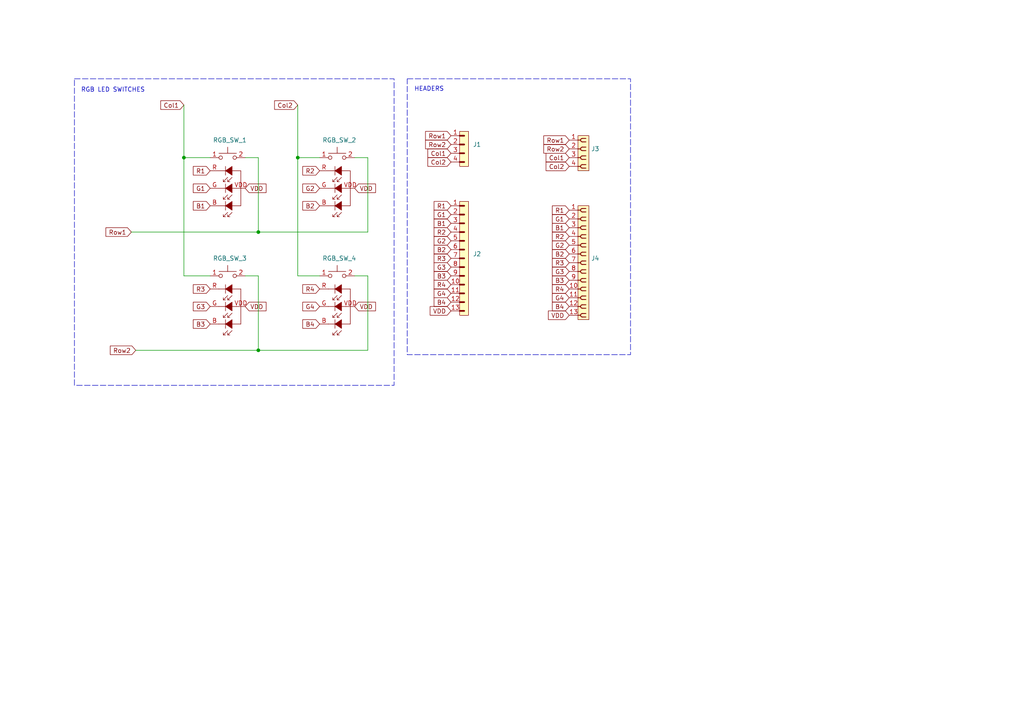
<source format=kicad_sch>
(kicad_sch (version 20231120) (generator "eeschema") (generator_version "8.0")
  (paper "A4")
  (lib_symbols
    (symbol "Interactiles_Symbol_Library:RGB_SW" (pin_names (offset 1.016) hide)
      (property "Value" "RGB_SW" (at 0.635 8.89 0))
      (symbol "RGB_SW_0_0"
        (polyline (pts (xy -2.54 -10.16) (xy 3.81 -10.16)))
        (polyline (pts (xy -2.54 -5.08) (xy 2.54 -5.08)))
        (polyline (pts (xy -2.54 0) (xy 3.81 0)))
        (polyline (pts (xy -1.27 -13.335) (xy 0 -12.065)))
        (polyline (pts (xy -1.27 -8.255) (xy 0 -6.985)))
        (polyline (pts (xy -1.27 -3.175) (xy 0 -1.905)))
        (polyline (pts (xy -0.635 -8.89) (xy -0.635 -11.43)))
        (polyline (pts (xy -0.635 -3.81) (xy -0.635 -6.35)))
        (polyline (pts (xy -0.635 1.27) (xy -0.635 -1.27)))
        (polyline (pts (xy 0 -13.335) (xy 1.27 -12.065)))
        (polyline (pts (xy 0 -8.255) (xy 1.27 -6.985)))
        (polyline (pts (xy 0 -3.175) (xy 1.27 -1.905)))
        (polyline (pts (xy 3.81 -10.16) (xy 3.81 -5.08)))
        (polyline (pts (xy 3.81 -5.08) (xy 3.81 0)))
        (polyline (pts (xy -1.27 -12.7) (xy -1.27 -13.335) (xy -0.635 -13.335)))
        (polyline (pts (xy -1.27 -7.62) (xy -1.27 -8.255) (xy -0.635 -8.255)))
        (polyline (pts (xy -1.27 -2.54) (xy -1.27 -3.175) (xy -0.635 -3.175)))
        (polyline (pts (xy 0 -12.7) (xy 0 -13.335) (xy 0.635 -13.335)))
        (polyline (pts (xy 0 -7.62) (xy 0 -8.255) (xy 0.635 -8.255)))
        (polyline (pts (xy 0 -2.54) (xy 0 -3.175) (xy 0.635 -3.175)))
        (polyline (pts (xy -0.635 -10.16) (xy 1.27 -8.89) (xy 1.27 -11.43) (xy -0.635 -10.16)) (fill (type outline)))
        (polyline (pts (xy -0.635 -5.08) (xy 1.27 -3.81) (xy 1.27 -6.35) (xy -0.635 -5.08)) (fill (type outline)))
        (polyline (pts (xy -0.635 0) (xy 1.27 1.27) (xy 1.27 -1.27) (xy -0.635 0)) (fill (type outline)))
      )
      (symbol "RGB_SW_0_1"
        (circle (center -2.032 3.81) (radius 0.508))
        (polyline (pts (xy 0 5.08) (xy 0 6.858)))
        (polyline (pts (xy 2.54 5.08) (xy -2.54 5.08)))
        (circle (center 2.032 3.81) (radius 0.508))
        (pin passive line (at -5.08 3.81 0) (length 2.54) (name "1") (number "1"))
        (pin passive line (at 5.08 3.81 180) (length 2.54) (name "2") (number "2"))
        (pin passive line (at -5.08 -10.16 0) (length 2.54) (name "B") (number "B"))
        (pin passive line (at -5.08 -5.08 0) (length 2.54) (name "G") (number "G"))
        (pin passive line (at -5.08 0 0) (length 2.54) (name "R") (number "R"))
      )
      (symbol "RGB_SW_1_1"
        (pin passive line (at 5.08 -5.08 180) (length 2.54) (name "VDD") (number "VDD"))
      )
    )
    (symbol "PCM_SL_Pin_Headers:PINHD_1x13_Female"
      (property "Reference" "J" (at 0 21.59 0))
      (property "Value" "PINHD_1x13_Female" (at 0 19.05 0))
      (symbol "PINHD_1x13_Female_0_1"
        (rectangle (start -1.27 16.51) (end 1.905 -16.51) (fill (type background)))
        (arc (start -0.508 -15.24) (mid -0.3592 -15.5992) (end 0 -15.748) (stroke (width 0.25)))
        (arc (start -0.508 -12.7) (mid -0.3592 -13.0592) (end 0 -13.208) (stroke (width 0.25)))
        (arc (start -0.508 -10.16) (mid -0.3592 -10.5192) (end 0 -10.668) (stroke (width 0.25)))
        (arc (start -0.508 -7.62) (mid -0.3592 -7.9792) (end 0 -8.128) (stroke (width 0.25)))
        (arc (start -0.508 -5.08) (mid -0.3592 -5.4392) (end 0 -5.588) (stroke (width 0.25)))
        (arc (start -0.508 -2.54) (mid -0.3592 -2.8992) (end 0 -3.048) (stroke (width 0.25)))
        (arc (start -0.508 0) (mid -0.3592 -0.3592) (end 0 -0.508) (stroke (width 0.25)))
        (arc (start -0.508 2.54) (mid -0.3592 2.1808) (end 0 2.032) (stroke (width 0.25)))
        (arc (start -0.508 5.08) (mid -0.3592 4.7208) (end 0 4.572) (stroke (width 0.25)))
        (arc (start -0.508 7.62) (mid -0.3592 7.2608) (end 0 7.112) (stroke (width 0.25)))
        (arc (start -0.508 10.16) (mid -0.3592 9.8008) (end 0 9.652) (stroke (width 0.25)))
        (arc (start -0.508 12.7) (mid -0.3592 12.3408) (end 0 12.192) (stroke (width 0.25)))
        (arc (start -0.508 15.24) (mid -0.3592 14.8808) (end 0 14.732) (stroke (width 0.25)))
        (arc (start 0 -14.732) (mid -0.3592 -14.8808) (end -0.508 -15.24) (stroke (width 0.25)))
        (arc (start 0 -12.192) (mid -0.3592 -12.3408) (end -0.508 -12.7) (stroke (width 0.25)))
        (arc (start 0 -9.652) (mid -0.3592 -9.8008) (end -0.508 -10.16) (stroke (width 0.25)))
        (arc (start 0 -7.112) (mid -0.3592 -7.2608) (end -0.508 -7.62) (stroke (width 0.25)))
        (arc (start 0 -4.572) (mid -0.3592 -4.7208) (end -0.508 -5.08) (stroke (width 0.25)))
        (arc (start 0 -2.032) (mid -0.3592 -2.1808) (end -0.508 -2.54) (stroke (width 0.25)))
        (polyline (pts (xy -1.27 -15.24) (xy -0.508 -15.24)) (stroke (width 0.25)))
        (polyline (pts (xy -1.27 -12.7) (xy -0.508 -12.7)) (stroke (width 0.25)))
        (polyline (pts (xy -1.27 -10.16) (xy -0.508 -10.16)) (stroke (width 0.25)))
        (polyline (pts (xy -1.27 -7.62) (xy -0.508 -7.62)) (stroke (width 0.25)))
        (polyline (pts (xy -1.27 -5.08) (xy -0.508 -5.08)) (stroke (width 0.25)))
        (polyline (pts (xy -1.27 -2.54) (xy -0.508 -2.54)) (stroke (width 0.25)))
        (polyline (pts (xy -1.27 0) (xy -0.508 0)) (stroke (width 0.25)))
        (polyline (pts (xy -1.27 2.54) (xy -0.508 2.54)) (stroke (width 0.25)))
        (polyline (pts (xy -1.27 5.08) (xy -0.508 5.08)) (stroke (width 0.25)))
        (polyline (pts (xy -1.27 7.62) (xy -0.508 7.62)) (stroke (width 0.25)))
        (polyline (pts (xy -1.27 10.16) (xy -0.508 10.16)) (stroke (width 0.25)))
        (polyline (pts (xy -1.27 12.7) (xy -0.508 12.7)) (stroke (width 0.25)))
        (polyline (pts (xy -1.27 15.24) (xy -0.508 15.24)) (stroke (width 0.25)))
        (polyline (pts (xy 0 -15.748) (xy 1.016 -15.748)) (stroke (width 0.25)))
        (polyline (pts (xy 0 -14.732) (xy 1.016 -14.732)) (stroke (width 0.25)))
        (polyline (pts (xy 0 -13.208) (xy 1.016 -13.208)) (stroke (width 0.25)))
        (polyline (pts (xy 0 -12.192) (xy 1.016 -12.192)) (stroke (width 0.25)))
        (polyline (pts (xy 0 -10.668) (xy 1.016 -10.668)) (stroke (width 0.25)))
        (polyline (pts (xy 0 -9.652) (xy 1.016 -9.652)) (stroke (width 0.25)))
        (polyline (pts (xy 0 -8.128) (xy 1.016 -8.128)) (stroke (width 0.25)))
        (polyline (pts (xy 0 -7.112) (xy 1.016 -7.112)) (stroke (width 0.25)))
        (polyline (pts (xy 0 -5.588) (xy 1.016 -5.588)) (stroke (width 0.25)))
        (polyline (pts (xy 0 -4.572) (xy 1.016 -4.572)) (stroke (width 0.25)))
        (polyline (pts (xy 0 -3.048) (xy 1.016 -3.048)) (stroke (width 0.25)))
        (polyline (pts (xy 0 -2.032) (xy 1.016 -2.032)) (stroke (width 0.25)))
        (polyline (pts (xy 0 -0.508) (xy 1.016 -0.508)) (stroke (width 0.25)))
        (polyline (pts (xy 0 0.508) (xy 1.016 0.508)) (stroke (width 0.25)))
        (polyline (pts (xy 0 2.032) (xy 1.016 2.032)) (stroke (width 0.25)))
        (polyline (pts (xy 0 3.048) (xy 1.016 3.048)) (stroke (width 0.25)))
        (polyline (pts (xy 0 4.572) (xy 1.016 4.572)) (stroke (width 0.25)))
        (polyline (pts (xy 0 5.588) (xy 1.016 5.588)) (stroke (width 0.25)))
        (polyline (pts (xy 0 7.112) (xy 1.016 7.112)) (stroke (width 0.25)))
        (polyline (pts (xy 0 8.128) (xy 1.016 8.128)) (stroke (width 0.25)))
        (polyline (pts (xy 0 9.652) (xy 1.016 9.652)) (stroke (width 0.25)))
        (polyline (pts (xy 0 10.668) (xy 1.016 10.668)) (stroke (width 0.25)))
        (polyline (pts (xy 0 12.192) (xy 1.016 12.192)) (stroke (width 0.25)))
        (polyline (pts (xy 0 13.208) (xy 1.016 13.208)) (stroke (width 0.25)))
        (polyline (pts (xy 0 14.732) (xy 1.016 14.732)) (stroke (width 0.25)))
        (polyline (pts (xy 0 15.748) (xy 1.016 15.748)) (stroke (width 0.25)))
        (arc (start 0 0.508) (mid -0.3592 0.3592) (end -0.508 0) (stroke (width 0.25)))
        (arc (start 0 3.048) (mid -0.3592 2.8992) (end -0.508 2.54) (stroke (width 0.25)))
        (arc (start 0 5.588) (mid -0.3592 5.4392) (end -0.508 5.08) (stroke (width 0.25)))
        (arc (start 0 8.128) (mid -0.3592 7.9792) (end -0.508 7.62) (stroke (width 0.25)))
        (arc (start 0 10.668) (mid -0.3592 10.5192) (end -0.508 10.16) (stroke (width 0.25)))
        (arc (start 0 13.208) (mid -0.3592 13.0592) (end -0.508 12.7) (stroke (width 0.25)))
        (arc (start 0 15.748) (mid -0.3592 15.5992) (end -0.508 15.24) (stroke (width 0.25)))
      )
      (symbol "PINHD_1x13_Female_1_1"
        (pin passive line (at -3.81 15.24 0) (length 2.54) (name "") (number "1"))
        (pin passive line (at -3.81 -7.62 0) (length 2.54) (name "") (number "10"))
        (pin passive line (at -3.81 -10.16 0) (length 2.54) (name "") (number "11"))
        (pin passive line (at -3.81 -12.7 0) (length 2.54) (name "") (number "12"))
        (pin passive line (at -3.81 -15.24 0) (length 2.54) (name "") (number "13"))
        (pin passive line (at -3.81 12.7 0) (length 2.54) (name "") (number "2"))
        (pin passive line (at -3.81 10.16 0) (length 2.54) (name "") (number "3"))
        (pin passive line (at -3.81 7.62 0) (length 2.54) (name "") (number "4"))
        (pin passive line (at -3.81 5.08 0) (length 2.54) (name "") (number "5"))
        (pin passive line (at -3.81 2.54 0) (length 2.54) (name "") (number "6"))
        (pin passive line (at -3.81 0 0) (length 2.54) (name "") (number "7"))
        (pin passive line (at -3.81 -2.54 0) (length 2.54) (name "") (number "8"))
        (pin passive line (at -3.81 -5.08 0) (length 2.54) (name "") (number "9"))
      )
    )
    (symbol "PCM_SL_Pin_Headers:PINHD_1x13_Male"
      (property "Reference" "J" (at 0 20.32 0))
      (property "Value" "PINHD_1x13_Male" (at 0 17.78 0))
      (symbol "PINHD_1x13_Male_0_1"
        (rectangle (start -1.27 16.51) (end 1.27 -16.51) (fill (type background)))
        (polyline (pts (xy -1.27 -15.24) (xy 0 -15.24)) (stroke (width 0.5)))
        (polyline (pts (xy -1.27 -12.7) (xy 0 -12.7)) (stroke (width 0.5)))
        (polyline (pts (xy -1.27 -10.16) (xy 0 -10.16)) (stroke (width 0.5)))
        (polyline (pts (xy -1.27 -7.62) (xy 0 -7.62)) (stroke (width 0.3)))
        (polyline (pts (xy -1.27 -7.62) (xy 0 -7.62)) (stroke (width 0.5)))
        (polyline (pts (xy -1.27 -5.08) (xy 0 -5.08)) (stroke (width 0.3)))
        (polyline (pts (xy -1.27 -5.08) (xy 0 -5.08)) (stroke (width 0.5)))
        (polyline (pts (xy -1.27 -2.54) (xy 0 -2.54)) (stroke (width 0.3)))
        (polyline (pts (xy -1.27 -2.54) (xy 0 -2.54)) (stroke (width 0.5)))
        (polyline (pts (xy -1.27 0) (xy 0 0)) (stroke (width 0.3)))
        (polyline (pts (xy -1.27 0) (xy 0 0)) (stroke (width 0.5)))
        (polyline (pts (xy -1.27 2.54) (xy 0 2.54)) (stroke (width 0.3)))
        (polyline (pts (xy -1.27 2.54) (xy 0 2.54)) (stroke (width 0.5)))
        (polyline (pts (xy -1.27 5.08) (xy 0 5.08)) (stroke (width 0.3)))
        (polyline (pts (xy -1.27 5.08) (xy 0 5.08)) (stroke (width 0.5)))
        (polyline (pts (xy -1.27 7.62) (xy 0 7.62)) (stroke (width 0.3)))
        (polyline (pts (xy -1.27 7.62) (xy 0 7.62)) (stroke (width 0.5)))
        (polyline (pts (xy -1.27 10.16) (xy 0 10.16)) (stroke (width 0.3)))
        (polyline (pts (xy -1.27 10.16) (xy 0 10.16)) (stroke (width 0.5)))
        (polyline (pts (xy -1.27 12.7) (xy 0 12.7)) (stroke (width 0.3)))
        (polyline (pts (xy -1.27 12.7) (xy 0 12.7)) (stroke (width 0.5)))
        (polyline (pts (xy -1.27 15.24) (xy 0 15.24)) (stroke (width 0.5)))
      )
      (symbol "PINHD_1x13_Male_1_1"
        (pin passive line (at -3.81 15.24 0) (length 2.54) (name "") (number "1"))
        (pin passive line (at -3.81 -7.62 0) (length 2.54) (name "") (number "10"))
        (pin passive line (at -3.81 -10.16 0) (length 2.54) (name "") (number "11"))
        (pin passive line (at -3.81 -12.7 0) (length 2.54) (name "") (number "12"))
        (pin passive line (at -3.81 -15.24 0) (length 2.54) (name "") (number "13"))
        (pin passive line (at -3.81 12.7 0) (length 2.54) (name "") (number "2"))
        (pin passive line (at -3.81 10.16 0) (length 2.54) (name "") (number "3"))
        (pin passive line (at -3.81 7.62 0) (length 2.54) (name "") (number "4"))
        (pin passive line (at -3.81 5.08 0) (length 2.54) (name "") (number "5"))
        (pin passive line (at -3.81 2.54 0) (length 2.54) (name "") (number "6"))
        (pin passive line (at -3.81 0 0) (length 2.54) (name "") (number "7"))
        (pin passive line (at -3.81 -2.54 0) (length 2.54) (name "") (number "8"))
        (pin passive line (at -3.81 -5.08 0) (length 2.54) (name "") (number "9"))
      )
    )
    (symbol "PCM_SL_Pin_Headers:PINHD_1x4_Female"
      (property "Reference" "J" (at 0 10.16 0))
      (property "Value" "PINHD_1x4_Female" (at 0 7.62 0))
      (symbol "PINHD_1x4_Female_0_1"
        (rectangle (start -1.27 5.08) (end 1.905 -5.08) (fill (type background)))
        (arc (start -0.508 -3.81) (mid -0.3592 -4.1692) (end 0 -4.318) (stroke (width 0.25)))
        (arc (start -0.508 -1.27) (mid -0.3592 -1.6292) (end 0 -1.778) (stroke (width 0.25)))
        (arc (start -0.508 1.27) (mid -0.3592 0.9108) (end 0 0.762) (stroke (width 0.25)))
        (arc (start -0.508 3.81) (mid -0.3592 3.4508) (end 0 3.302) (stroke (width 0.25)))
        (arc (start 0 -3.302) (mid -0.3592 -3.4508) (end -0.508 -3.81) (stroke (width 0.25)))
        (arc (start 0 -0.762) (mid -0.3592 -0.9108) (end -0.508 -1.27) (stroke (width 0.25)))
        (polyline (pts (xy -1.27 -3.81) (xy -0.508 -3.81)) (stroke (width 0.25)))
        (polyline (pts (xy -1.27 -1.27) (xy -0.508 -1.27)) (stroke (width 0.25)))
        (polyline (pts (xy -1.27 1.27) (xy -0.508 1.27)) (stroke (width 0.25)))
        (polyline (pts (xy -1.27 3.81) (xy -0.508 3.81)) (stroke (width 0.25)))
        (polyline (pts (xy 0 -4.318) (xy 1.016 -4.318)) (stroke (width 0.25)))
        (polyline (pts (xy 0 -3.302) (xy 1.016 -3.302)) (stroke (width 0.25)))
        (polyline (pts (xy 0 -1.778) (xy 1.016 -1.778)) (stroke (width 0.25)))
        (polyline (pts (xy 0 -0.762) (xy 1.016 -0.762)) (stroke (width 0.25)))
        (polyline (pts (xy 0 0.762) (xy 1.016 0.762)) (stroke (width 0.25)))
        (polyline (pts (xy 0 1.778) (xy 1.016 1.778)) (stroke (width 0.25)))
        (polyline (pts (xy 0 3.302) (xy 1.016 3.302)) (stroke (width 0.25)))
        (polyline (pts (xy 0 4.318) (xy 1.016 4.318)) (stroke (width 0.25)))
        (arc (start 0 1.778) (mid -0.3592 1.6292) (end -0.508 1.27) (stroke (width 0.25)))
        (arc (start 0 4.318) (mid -0.3592 4.1692) (end -0.508 3.81) (stroke (width 0.25)))
      )
      (symbol "PINHD_1x4_Female_1_1"
        (pin passive line (at -3.81 3.81 0) (length 2.54) (name "") (number "1"))
        (pin passive line (at -3.81 1.27 0) (length 2.54) (name "") (number "2"))
        (pin passive line (at -3.81 -1.27 0) (length 2.54) (name "") (number "3"))
        (pin passive line (at -3.81 -3.81 0) (length 2.54) (name "") (number "4"))
      )
    )
    (symbol "PCM_SL_Pin_Headers:PINHD_1x4_Male"
      (property "Reference" "J" (at 0 8.89 0))
      (property "Value" "PINHD_1x4_Male" (at 0 6.35 0))
      (symbol "PINHD_1x4_Male_0_1"
        (rectangle (start -1.27 5.08) (end 1.27 -5.08) (fill (type background)))
        (polyline (pts (xy -1.27 -3.81) (xy 0 -3.81)) (stroke (width 0.3)))
        (polyline (pts (xy -1.27 -3.81) (xy 0 -3.81)) (stroke (width 0.5)))
        (polyline (pts (xy -1.27 -1.27) (xy 0 -1.27)) (stroke (width 0.3)))
        (polyline (pts (xy -1.27 -1.27) (xy 0 -1.27)) (stroke (width 0.5)))
        (polyline (pts (xy -1.27 1.27) (xy 0 1.27)) (stroke (width 0.3)))
        (polyline (pts (xy -1.27 1.27) (xy 0 1.27)) (stroke (width 0.5)))
        (polyline (pts (xy -1.27 3.81) (xy 0 3.81)) (stroke (width 0.3)))
        (polyline (pts (xy -1.27 3.81) (xy 0 3.81)) (stroke (width 0.5)))
      )
      (symbol "PINHD_1x4_Male_1_1"
        (pin passive line (at -3.81 3.81 0) (length 2.54) (name "") (number "1"))
        (pin passive line (at -3.81 1.27 0) (length 2.54) (name "") (number "2"))
        (pin passive line (at -3.81 -1.27 0) (length 2.54) (name "") (number "3"))
        (pin passive line (at -3.81 -3.81 0) (length 2.54) (name "") (number "4"))
      )
    )
  )
  (junction (at 86.36 45.72))
  (junction (at 53.34 45.72))
  (junction (at 74.93 101.6))
  (junction (at 74.93 67.31))
  (wire (pts (xy 102.87 80.01) (xy 106.68 80.01)))
  (wire (pts (xy 86.36 45.72) (xy 86.36 80.01)))
  (wire (pts (xy 74.93 67.31) (xy 74.93 45.72)))
  (wire (pts (xy 74.93 45.72) (xy 71.12 45.72)))
  (wire (pts (xy 53.34 45.72) (xy 53.34 80.01)))
  (wire (pts (xy 74.93 80.01) (xy 74.93 101.6)))
  (wire (pts (xy 92.71 45.72) (xy 86.36 45.72)))
  (wire (pts (xy 106.68 45.72) (xy 106.68 67.31)))
  (wire (pts (xy 53.34 30.48) (xy 53.34 45.72)))
  (wire (pts (xy 106.68 80.01) (xy 106.68 101.6)))
  (wire (pts (xy 39.37 101.6) (xy 74.93 101.6)))
  (wire (pts (xy 60.96 45.72) (xy 53.34 45.72)))
  (wire (pts (xy 38.1 67.31) (xy 74.93 67.31)))
  (wire (pts (xy 71.12 80.01) (xy 74.93 80.01)))
  (wire (pts (xy 102.87 45.72) (xy 106.68 45.72)))
  (wire (pts (xy 86.36 30.48) (xy 86.36 45.72)))
  (wire (pts (xy 53.34 80.01) (xy 60.96 80.01)))
  (wire (pts (xy 106.68 67.31) (xy 74.93 67.31)))
  (wire (pts (xy 86.36 80.01) (xy 92.71 80.01)))
  (wire (pts (xy 74.93 101.6) (xy 106.68 101.6)))
  (rectangle (start 21.59 22.86) (end 114.3 111.76) (stroke (width 0) (type dash)))
  (rectangle (start 118.11 22.86) (end 182.88 102.87) (stroke (width 0) (type dash)))
  (text "HEADERS" (at 124.46 25.908 0) (effects (font (size 1.27 1.27))))
  (text "RGB LED SWITCHES" (at 32.766 26.162 0) (effects (font (size 1.27 1.27))))
  (global_label "R2" (shape input) (at 165.1 68.58 180) (property "Intersheetrefs" "${INTERSHEET_REFS}" (effects (hide yes))))
  (global_label "G1" (shape input) (at 130.81 62.23 180) (property "Intersheetrefs" "${INTERSHEET_REFS}" (effects (hide yes))))
  (global_label "R1" (shape input) (at 130.81 59.69 180) (property "Intersheetrefs" "${INTERSHEET_REFS}" (effects (hide yes))))
  (global_label "G4" (shape input) (at 92.71 88.9 180) (property "Intersheetrefs" "${INTERSHEET_REFS}" (effects (hide yes))))
  (global_label "G3" (shape input) (at 165.1 78.74 180) (property "Intersheetrefs" "${INTERSHEET_REFS}" (effects (hide yes))))
  (global_label "G1" (shape input) (at 60.96 54.61 180) (property "Intersheetrefs" "${INTERSHEET_REFS}" (effects (hide yes))))
  (global_label "B2" (shape input) (at 92.71 59.69 180) (property "Intersheetrefs" "${INTERSHEET_REFS}" (effects (hide yes))))
  (global_label "Row2" (shape input) (at 165.1 43.18 180) (property "Intersheetrefs" "${INTERSHEET_REFS}" (effects (hide yes))))
  (global_label "R3" (shape input) (at 130.81 74.93 180) (property "Intersheetrefs" "${INTERSHEET_REFS}" (effects (hide yes))))
  (global_label "B2" (shape input) (at 130.81 72.39 180) (property "Intersheetrefs" "${INTERSHEET_REFS}" (effects (hide yes))))
  (global_label "B4" (shape input) (at 165.1 88.9 180) (property "Intersheetrefs" "${INTERSHEET_REFS}" (effects (hide yes))))
  (global_label "G3" (shape input) (at 130.81 77.47 180) (property "Intersheetrefs" "${INTERSHEET_REFS}" (effects (hide yes))))
  (global_label "R3" (shape input) (at 165.1 76.2 180) (property "Intersheetrefs" "${INTERSHEET_REFS}" (effects (hide yes))))
  (global_label "G2" (shape input) (at 165.1 71.12 180) (property "Intersheetrefs" "${INTERSHEET_REFS}" (effects (hide yes))))
  (global_label "R2" (shape input) (at 130.81 67.31 180) (property "Intersheetrefs" "${INTERSHEET_REFS}" (effects (hide yes))))
  (global_label "Col2" (shape input) (at 86.36 30.48 180) (property "Intersheetrefs" "${INTERSHEET_REFS}" (effects (hide yes))))
  (global_label "VDD" (shape input) (at 165.1 91.44 180) (property "Intersheetrefs" "${INTERSHEET_REFS}" (effects (hide yes))))
  (global_label "B2" (shape input) (at 165.1 73.66 180) (property "Intersheetrefs" "${INTERSHEET_REFS}" (effects (hide yes))))
  (global_label "Col1" (shape input) (at 53.34 30.48 180) (property "Intersheetrefs" "${INTERSHEET_REFS}" (effects (hide yes))))
  (global_label "B1" (shape input) (at 165.1 66.04 180) (property "Intersheetrefs" "${INTERSHEET_REFS}" (effects (hide yes))))
  (global_label "B1" (shape input) (at 60.96 59.69 180) (property "Intersheetrefs" "${INTERSHEET_REFS}" (effects (hide yes))))
  (global_label "VDD" (shape input) (at 130.81 90.17 180) (property "Intersheetrefs" "${INTERSHEET_REFS}" (effects (hide yes))))
  (global_label "G2" (shape input) (at 92.71 54.61 180) (property "Intersheetrefs" "${INTERSHEET_REFS}" (effects (hide yes))))
  (global_label "B1" (shape input) (at 130.81 64.77 180) (property "Intersheetrefs" "${INTERSHEET_REFS}" (effects (hide yes))))
  (global_label "R1" (shape input) (at 165.1 60.96 180) (property "Intersheetrefs" "${INTERSHEET_REFS}" (effects (hide yes))))
  (global_label "R4" (shape input) (at 130.81 82.55 180) (property "Intersheetrefs" "${INTERSHEET_REFS}" (effects (hide yes))))
  (global_label "G1" (shape input) (at 165.1 63.5 180) (property "Intersheetrefs" "${INTERSHEET_REFS}" (effects (hide yes))))
  (global_label "Col2" (shape input) (at 165.1 48.26 180) (property "Intersheetrefs" "${INTERSHEET_REFS}" (effects (hide yes))))
  (global_label "G4" (shape input) (at 165.1 86.36 180) (property "Intersheetrefs" "${INTERSHEET_REFS}" (effects (hide yes))))
  (global_label "VDD" (shape input) (at 102.87 54.61 0) (property "Intersheetrefs" "${INTERSHEET_REFS}" (effects (hide yes))))
  (global_label "B3" (shape input) (at 60.96 93.98 180) (property "Intersheetrefs" "${INTERSHEET_REFS}" (effects (hide yes))))
  (global_label "G4" (shape input) (at 130.81 85.09 180) (property "Intersheetrefs" "${INTERSHEET_REFS}" (effects (hide yes))))
  (global_label "Row2" (shape input) (at 130.81 41.91 180) (property "Intersheetrefs" "${INTERSHEET_REFS}" (effects (hide yes))))
  (global_label "R1" (shape input) (at 60.96 49.53 180) (property "Intersheetrefs" "${INTERSHEET_REFS}" (effects (hide yes))))
  (global_label "B4" (shape input) (at 130.81 87.63 180) (property "Intersheetrefs" "${INTERSHEET_REFS}" (effects (hide yes))))
  (global_label "VDD" (shape input) (at 102.87 88.9 0) (property "Intersheetrefs" "${INTERSHEET_REFS}" (effects (hide yes))))
  (global_label "R2" (shape input) (at 92.71 49.53 180) (property "Intersheetrefs" "${INTERSHEET_REFS}" (effects (hide yes))))
  (global_label "G3" (shape input) (at 60.96 88.9 180) (property "Intersheetrefs" "${INTERSHEET_REFS}" (effects (hide yes))))
  (global_label "Row1" (shape input) (at 130.81 39.37 180) (property "Intersheetrefs" "${INTERSHEET_REFS}" (effects (hide yes))))
  (global_label "R4" (shape input) (at 92.71 83.82 180) (property "Intersheetrefs" "${INTERSHEET_REFS}" (effects (hide yes))))
  (global_label "R4" (shape input) (at 165.1 83.82 180) (property "Intersheetrefs" "${INTERSHEET_REFS}" (effects (hide yes))))
  (global_label "R3" (shape input) (at 60.96 83.82 180) (property "Intersheetrefs" "${INTERSHEET_REFS}" (effects (hide yes))))
  (global_label "B4" (shape input) (at 92.71 93.98 180) (property "Intersheetrefs" "${INTERSHEET_REFS}" (effects (hide yes))))
  (global_label "B3" (shape input) (at 130.81 80.01 180) (property "Intersheetrefs" "${INTERSHEET_REFS}" (effects (hide yes))))
  (global_label "VDD" (shape input) (at 71.12 54.61 0) (property "Intersheetrefs" "${INTERSHEET_REFS}" (effects (hide yes))))
  (global_label "Row2" (shape input) (at 39.37 101.6 180) (property "Intersheetrefs" "${INTERSHEET_REFS}" (effects (hide yes))))
  (global_label "Col1" (shape input) (at 130.81 44.45 180) (property "Intersheetrefs" "${INTERSHEET_REFS}" (effects (hide yes))))
  (global_label "Col2" (shape input) (at 130.81 46.99 180) (property "Intersheetrefs" "${INTERSHEET_REFS}" (effects (hide yes))))
  (global_label "Row1" (shape input) (at 165.1 40.64 180) (property "Intersheetrefs" "${INTERSHEET_REFS}" (effects (hide yes))))
  (global_label "VDD" (shape input) (at 71.12 88.9 0) (property "Intersheetrefs" "${INTERSHEET_REFS}" (effects (hide yes))))
  (global_label "Row1" (shape input) (at 38.1 67.31 180) (property "Intersheetrefs" "${INTERSHEET_REFS}" (effects (hide yes))))
  (global_label "Col1" (shape input) (at 165.1 45.72 180) (property "Intersheetrefs" "${INTERSHEET_REFS}" (effects (hide yes))))
  (global_label "G2" (shape input) (at 130.81 69.85 180) (property "Intersheetrefs" "${INTERSHEET_REFS}" (effects (hide yes))))
  (global_label "B3" (shape input) (at 165.1 81.28 180) (property "Intersheetrefs" "${INTERSHEET_REFS}" (effects (hide yes))))
  (symbol (lib_id "Interactiles_Symbol_Library:RGB_SW") (at 97.79 49.53 0) (unit 1)
    (property "Reference" "SW2" (effects (hide yes)))
    (property "Value" "RGB_SW_2" (at 98.425 40.64 0))
    (property "Footprint" "SilvansFootprintLibrary:Honyone Tactile Switch RGB" (effects (hide yes)))
    (property "Description" "illuminated tactile switch" (effects (hide yes)))
  )
  (symbol (lib_id "Interactiles_Symbol_Library:RGB_SW") (at 97.79 83.82 0) (unit 1)
    (property "Reference" "SW4" (effects (hide yes)))
    (property "Value" "RGB_SW_4" (at 98.425 74.93 0))
    (property "Footprint" "SilvansFootprintLibrary:Honyone Tactile Switch RGB" (effects (hide yes)))
    (property "Description" "illuminated tactile switch" (effects (hide yes)))
  )
  (symbol (lib_id "Interactiles_Symbol_Library:RGB_SW") (at 66.04 83.82 0) (unit 1)
    (property "Reference" "SW3" (effects (hide yes)))
    (property "Value" "RGB_SW_3" (at 66.675 74.93 0))
    (property "Footprint" "SilvansFootprintLibrary:Honyone Tactile Switch RGB" (effects (hide yes)))
    (property "Description" "illuminated tactile switch" (effects (hide yes)))
  )
  (symbol (lib_id "PCM_SL_Pin_Headers:PINHD_1x4_Female") (at 168.91 44.45 0) (unit 1)
    (property "Reference" "J3" (at 171.45 43.1799 0) (effects (justify left)))
    (property "Value" "PINHD_1x4_Male" (effects (hide yes)))
    (property "Footprint" "Connector_PinSocket_2.54mm:PinSocket_1x04_P2.54mm_Vertical" (effects (hide yes)))
    (property "Description" "Pin Header female with pin space 2.54mm. Pin Count -4" (effects (hide yes)))
  )
  (symbol (lib_id "Interactiles_Symbol_Library:RGB_SW") (at 66.04 49.53 0) (unit 1)
    (property "Reference" "SW1" (effects (hide yes)))
    (property "Value" "RGB_SW_1" (at 66.675 40.64 0))
    (property "Footprint" "Silvans Library:Honyone Tactile Switch RGB" (effects (hide yes)))
    (property "Description" "illuminated tactile switch" (effects (hide yes)))
  )
  (symbol (lib_id "PCM_SL_Pin_Headers:PINHD_1x13_Female") (at 168.91 76.2 0) (unit 1)
    (property "Reference" "J4" (at 171.45 74.9299 0) (effects (justify left)))
    (property "Value" "PINHD_1x13_Female" (effects (hide yes)))
    (property "Footprint" "Connector_PinSocket_2.54mm:PinSocket_1x13_P2.54mm_Vertical" (effects (hide yes)))
    (property "Description" "Pin Header female with pin space 2.54mm. Pin Count - 13" (effects (hide yes)))
  )
  (symbol (lib_id "PCM_SL_Pin_Headers:PINHD_1x13_Male") (at 134.62 74.93 0) (unit 1)
    (property "Reference" "J2" (at 137.16 73.6599 0) (effects (justify left)))
    (property "Value" "PINHD_1x13_Male" (effects (hide yes)))
    (property "Footprint" "Connector_PinHeader_2.54mm:PinHeader_1x13_P2.54mm_Vertical" (effects (hide yes)))
    (property "Description" "Pin Header male with pin space 2.54mm. Pin Count -13" (effects (hide yes)))
  )
  (symbol (lib_id "PCM_SL_Pin_Headers:PINHD_1x4_Male") (at 134.62 43.18 0) (unit 1)
    (property "Reference" "J1" (at 137.16 41.9099 0) (effects (justify left)))
    (property "Value" "PINHD_1x4_Male" (effects (hide yes)))
    (property "Footprint" "Connector_PinHeader_2.54mm:PinHeader_1x04_P2.54mm_Vertical" (effects (hide yes)))
    (property "Description" "Pin Header male with pin space 2.54mm. Pin Count -4" (effects (hide yes)))
  )
)
</source>
